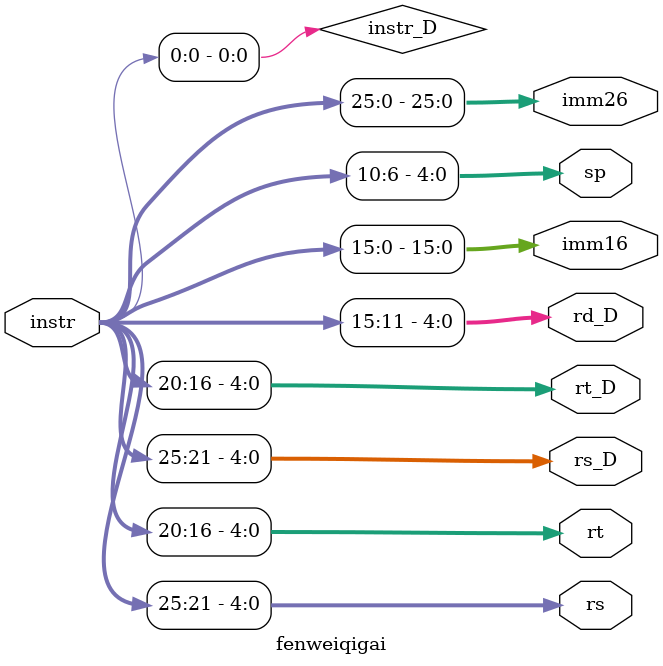
<source format=v>
`timescale 1ns / 1ps
module fenweiqigai(
	 input [31:0] instr,
    //output [31:0] instr_D,
    output [4:0] rs,
    output [4:0] rt,
    output [4:0] rs_D,
    output [4:0] rt_D,
    output [4:0] rd_D,
    output [15:0] imm16,
	 output [4:0] sp,
	 output [25:0] imm26
    );
	 assign instr_D = instr;
	 assign rs = instr[25:21];
	 assign rt = instr[20:16];
	 assign rs_D = instr[25:21];
	 assign rt_D = instr[20:16];
	 assign rd_D = instr[15:11];
	 assign imm16 = instr[15:0];
	 assign sp = instr[10:6];
	 assign imm26 = instr[25:0];
	 
   


endmodule

</source>
